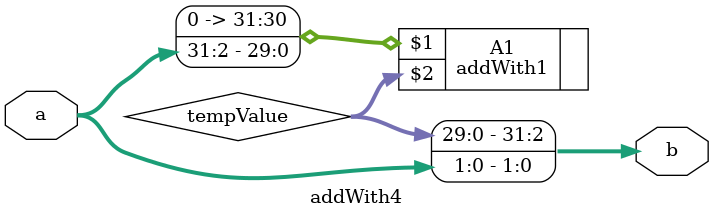
<source format=v>
module addWith4(a,b);
  input [31:0] a;
  output [31:0] b;
  wire [31:0] tempValue;
  addWith1 A1({2'b0,a[31:2]},tempValue);
  assign b = {tempValue[29:0],a[1:0]};
endmodule
</source>
